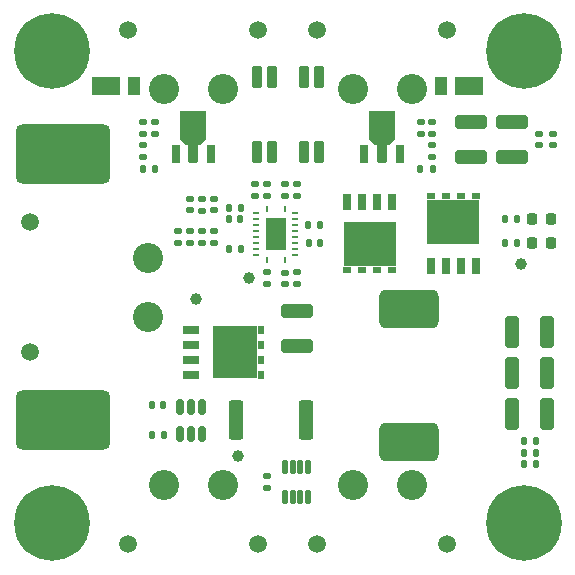
<source format=gbr>
%TF.GenerationSoftware,KiCad,Pcbnew,9.0.1*%
%TF.CreationDate,2025-07-05T19:11:37+01:00*%
%TF.ProjectId,PDB_AURA,5044425f-4155-4524-912e-6b696361645f,rev?*%
%TF.SameCoordinates,Original*%
%TF.FileFunction,Soldermask,Top*%
%TF.FilePolarity,Negative*%
%FSLAX46Y46*%
G04 Gerber Fmt 4.6, Leading zero omitted, Abs format (unit mm)*
G04 Created by KiCad (PCBNEW 9.0.1) date 2025-07-05 19:11:37*
%MOMM*%
%LPD*%
G01*
G04 APERTURE LIST*
G04 Aperture macros list*
%AMRoundRect*
0 Rectangle with rounded corners*
0 $1 Rounding radius*
0 $2 $3 $4 $5 $6 $7 $8 $9 X,Y pos of 4 corners*
0 Add a 4 corners polygon primitive as box body*
4,1,4,$2,$3,$4,$5,$6,$7,$8,$9,$2,$3,0*
0 Add four circle primitives for the rounded corners*
1,1,$1+$1,$2,$3*
1,1,$1+$1,$4,$5*
1,1,$1+$1,$6,$7*
1,1,$1+$1,$8,$9*
0 Add four rect primitives between the rounded corners*
20,1,$1+$1,$2,$3,$4,$5,0*
20,1,$1+$1,$4,$5,$6,$7,0*
20,1,$1+$1,$6,$7,$8,$9,0*
20,1,$1+$1,$8,$9,$2,$3,0*%
%AMFreePoly0*
4,1,21,1.059954,1.445020,1.097008,1.394020,1.102000,1.362500,1.102000,-0.962500,1.082520,-1.022454,1.072125,-1.034625,0.672125,-1.434625,0.615956,-1.463244,0.600000,-1.464500,-0.600000,-1.464500,-0.659954,-1.445020,-0.672125,-1.434625,-1.072125,-1.034625,-1.100744,-0.978456,-1.102000,-0.962500,-1.102000,1.362500,-1.082520,1.422454,-1.031520,1.459508,-1.000000,1.464500,1.000000,1.464500,
1.059954,1.445020,1.059954,1.445020,$1*%
G04 Aperture macros list end*
%ADD10C,1.000000*%
%ADD11C,2.550000*%
%ADD12C,1.500000*%
%ADD13RoundRect,0.135000X-0.185000X0.135000X-0.185000X-0.135000X0.185000X-0.135000X0.185000X0.135000X0*%
%ADD14RoundRect,0.099250X-0.297750X0.812750X-0.297750X-0.812750X0.297750X-0.812750X0.297750X0.812750X0*%
%ADD15RoundRect,0.135000X0.185000X-0.135000X0.185000X0.135000X-0.185000X0.135000X-0.185000X-0.135000X0*%
%ADD16RoundRect,0.500000X3.500000X2.000000X-3.500000X2.000000X-3.500000X-2.000000X3.500000X-2.000000X0*%
%ADD17RoundRect,0.135000X0.135000X0.185000X-0.135000X0.185000X-0.135000X-0.185000X0.135000X-0.185000X0*%
%ADD18RoundRect,0.250000X1.100000X-0.325000X1.100000X0.325000X-1.100000X0.325000X-1.100000X-0.325000X0*%
%ADD19RoundRect,0.250000X-0.325000X-1.100000X0.325000X-1.100000X0.325000X1.100000X-0.325000X1.100000X0*%
%ADD20R,0.710000X1.372000*%
%ADD21R,4.520000X3.850000*%
%ADD22R,0.710000X0.590000*%
%ADD23RoundRect,0.140000X0.140000X0.170000X-0.140000X0.170000X-0.140000X-0.170000X0.140000X-0.170000X0*%
%ADD24RoundRect,0.140000X-0.170000X0.140000X-0.170000X-0.140000X0.170000X-0.140000X0.170000X0.140000X0*%
%ADD25RoundRect,0.218750X-0.218750X-0.256250X0.218750X-0.256250X0.218750X0.256250X-0.218750X0.256250X0*%
%ADD26RoundRect,0.140000X0.170000X-0.140000X0.170000X0.140000X-0.170000X0.140000X-0.170000X-0.140000X0*%
%ADD27C,0.800000*%
%ADD28C,6.400000*%
%ADD29RoundRect,0.135000X-0.135000X-0.185000X0.135000X-0.185000X0.135000X0.185000X-0.135000X0.185000X0*%
%ADD30RoundRect,0.102000X-0.240000X-0.700000X0.240000X-0.700000X0.240000X0.700000X-0.240000X0.700000X0*%
%ADD31FreePoly0,0.000000*%
%ADD32RoundRect,0.102000X-0.280000X-0.762500X0.280000X-0.762500X0.280000X0.762500X-0.280000X0.762500X0*%
%ADD33R,0.250000X0.600000*%
%ADD34R,0.600000X0.250000*%
%ADD35R,1.700000X2.700000*%
%ADD36RoundRect,0.140000X-0.140000X-0.170000X0.140000X-0.170000X0.140000X0.170000X-0.140000X0.170000X0*%
%ADD37RoundRect,0.060000X-0.180000X0.545000X-0.180000X-0.545000X0.180000X-0.545000X0.180000X0.545000X0*%
%ADD38R,1.372000X0.710000*%
%ADD39R,3.850000X4.520000*%
%ADD40R,0.590000X0.710000*%
%ADD41R,2.400000X1.500000*%
%ADD42R,1.050000X1.500000*%
%ADD43RoundRect,0.250000X-0.362500X-1.425000X0.362500X-1.425000X0.362500X1.425000X-0.362500X1.425000X0*%
%ADD44RoundRect,0.487500X-2.012500X1.137500X-2.012500X-1.137500X2.012500X-1.137500X2.012500X1.137500X0*%
%ADD45RoundRect,0.150000X0.150000X-0.512500X0.150000X0.512500X-0.150000X0.512500X-0.150000X-0.512500X0*%
%ADD46RoundRect,0.099250X0.297750X-0.812750X0.297750X0.812750X-0.297750X0.812750X-0.297750X-0.812750X0*%
G04 APERTURE END LIST*
D10*
%TO.C,TP101*%
X70750000Y-89250000D03*
%TD*%
%TO.C,TP100*%
X67250000Y-76000000D03*
%TD*%
D11*
%TO.C,J304*%
X85500000Y-91750000D03*
X80500000Y-91750000D03*
D12*
X88500000Y-96750000D03*
X77500000Y-96750000D03*
%TD*%
D11*
%TO.C,J303*%
X69500000Y-91750000D03*
X64500000Y-91750000D03*
D12*
X72500000Y-96750000D03*
X61500000Y-96750000D03*
%TD*%
D11*
%TO.C,J301*%
X80500000Y-58250000D03*
X85500000Y-58250000D03*
D12*
X77500000Y-53250000D03*
X88500000Y-53250000D03*
%TD*%
D11*
%TO.C,J300*%
X64500000Y-58250000D03*
X69500000Y-58250000D03*
D12*
X61500000Y-53250000D03*
X72500000Y-53250000D03*
%TD*%
D13*
%TO.C,R202*%
X72250000Y-66240000D03*
X72250000Y-67260000D03*
%TD*%
D14*
%TO.C,U301*%
X77635000Y-57172500D03*
X76365000Y-57172500D03*
X76365000Y-63562500D03*
X77635000Y-63562500D03*
%TD*%
D15*
%TO.C,R210*%
X75750000Y-74760000D03*
X75750000Y-73740000D03*
%TD*%
%TO.C,R201*%
X73250000Y-67260000D03*
X73250000Y-66240000D03*
%TD*%
D13*
%TO.C,R206*%
X68750000Y-70240000D03*
X68750000Y-71260000D03*
%TD*%
D15*
%TO.C,R200*%
X74750000Y-67260000D03*
X74750000Y-66240000D03*
%TD*%
D16*
%TO.C,J102*%
X56000000Y-63750000D03*
%TD*%
D17*
%TO.C,R203*%
X71010000Y-71750000D03*
X69990000Y-71750000D03*
%TD*%
D10*
%TO.C,TP202*%
X71750000Y-74250000D03*
%TD*%
D18*
%TO.C,C200*%
X90500000Y-63975000D03*
X90500000Y-61025000D03*
%TD*%
D19*
%TO.C,C205*%
X94025000Y-85750000D03*
X96975000Y-85750000D03*
%TD*%
D20*
%TO.C,Q200*%
X90905000Y-73211000D03*
D21*
X89000000Y-69500000D03*
D22*
X87095000Y-67280000D03*
X88365000Y-67280000D03*
X89635000Y-67280000D03*
X90905000Y-67280000D03*
D20*
X87095000Y-73211000D03*
X88365000Y-73211000D03*
X89635000Y-73211000D03*
%TD*%
D13*
%TO.C,R209*%
X73250000Y-73740000D03*
X73250000Y-74760000D03*
%TD*%
D23*
%TO.C,C104*%
X64480000Y-85000000D03*
X63520000Y-85000000D03*
%TD*%
D24*
%TO.C,C210*%
X74750000Y-73770000D03*
X74750000Y-74730000D03*
%TD*%
D25*
%TO.C,D200*%
X95712500Y-71250000D03*
X97287500Y-71250000D03*
%TD*%
D26*
%TO.C,C218*%
X97500000Y-62980000D03*
X97500000Y-62020000D03*
%TD*%
D27*
%TO.C,H102*%
X92600000Y-55000000D03*
X93302944Y-53302944D03*
X93302944Y-56697056D03*
X95000000Y-52600000D03*
D28*
X95000000Y-55000000D03*
D27*
X95000000Y-57400000D03*
X96697056Y-53302944D03*
X96697056Y-56697056D03*
X97400000Y-55000000D03*
%TD*%
D24*
%TO.C,C212*%
X66750000Y-67520000D03*
X66750000Y-68480000D03*
%TD*%
D23*
%TO.C,C211*%
X70980000Y-69250000D03*
X70020000Y-69250000D03*
%TD*%
D11*
%TO.C,J100*%
X63162000Y-77500000D03*
X63162000Y-72500000D03*
D12*
X53162000Y-69500000D03*
X53162000Y-80500000D03*
%TD*%
D29*
%TO.C,R211*%
X93410000Y-71250000D03*
X94430000Y-71250000D03*
%TD*%
D30*
%TO.C,Q300*%
X65500000Y-63688000D03*
D31*
X67000000Y-61500000D03*
D32*
X67000000Y-63625000D03*
D30*
X68500000Y-63688000D03*
%TD*%
D13*
%TO.C,R207*%
X66750000Y-70240000D03*
X66750000Y-71260000D03*
%TD*%
D27*
%TO.C,H101*%
X52600000Y-55000000D03*
X53302944Y-53302944D03*
X53302944Y-56697056D03*
X55000000Y-52600000D03*
D28*
X55000000Y-55000000D03*
D27*
X55000000Y-57400000D03*
X56697056Y-53302944D03*
X56697056Y-56697056D03*
X57400000Y-55000000D03*
%TD*%
D29*
%TO.C,R208*%
X69990000Y-68250000D03*
X71010000Y-68250000D03*
%TD*%
%TO.C,C207*%
X76740000Y-69750000D03*
X77760000Y-69750000D03*
%TD*%
D33*
%TO.C,U200*%
X73250000Y-68350000D03*
D34*
X72350000Y-68750000D03*
X72350000Y-69250000D03*
X72350000Y-69750000D03*
X72350000Y-70250000D03*
X72350000Y-70750000D03*
X72350000Y-71250000D03*
X72350000Y-71750000D03*
X72350000Y-72250000D03*
D33*
X73250000Y-72650000D03*
X74750000Y-72650000D03*
D34*
X75650000Y-72250000D03*
X75650000Y-71750000D03*
X75650000Y-71250000D03*
X75650000Y-70750000D03*
X75650000Y-70250000D03*
X75650000Y-69750000D03*
X75650000Y-69250000D03*
X75650000Y-68750000D03*
D33*
X74750000Y-68350000D03*
D35*
X74000000Y-70500000D03*
%TD*%
D36*
%TO.C,C202*%
X95020000Y-88000000D03*
X95980000Y-88000000D03*
%TD*%
%TO.C,C209*%
X76770000Y-71250000D03*
X77730000Y-71250000D03*
%TD*%
D20*
%TO.C,Q201*%
X80019000Y-67754000D03*
D22*
X80019000Y-73568000D03*
X81289000Y-73568000D03*
X82559000Y-73568000D03*
X83829000Y-73568000D03*
D21*
X81924000Y-71348000D03*
D20*
X81289000Y-67754000D03*
X82559000Y-67754000D03*
X83829000Y-67754000D03*
%TD*%
D15*
%TO.C,R205*%
X67750000Y-71260000D03*
X67750000Y-70240000D03*
%TD*%
D27*
%TO.C,H100*%
X92600000Y-95000000D03*
X93302944Y-93302944D03*
X93302944Y-96697056D03*
X95000000Y-92600000D03*
D28*
X95000000Y-95000000D03*
D27*
X95000000Y-97400000D03*
X96697056Y-93302944D03*
X96697056Y-96697056D03*
X97400000Y-95000000D03*
%TD*%
D36*
%TO.C,C203*%
X95020000Y-89000000D03*
X95980000Y-89000000D03*
%TD*%
%TO.C,C101*%
X63540000Y-87500000D03*
X64500000Y-87500000D03*
%TD*%
D27*
%TO.C,H103*%
X52600000Y-95000000D03*
X53302944Y-93302944D03*
X53302944Y-96697056D03*
X55000000Y-92600000D03*
D28*
X55000000Y-95000000D03*
D27*
X55000000Y-97400000D03*
X56697056Y-93302944D03*
X56697056Y-96697056D03*
X57400000Y-95000000D03*
%TD*%
D29*
%TO.C,R101*%
X93410000Y-69250000D03*
X94430000Y-69250000D03*
%TD*%
D37*
%TO.C,U302*%
X76725000Y-90245000D03*
X76075000Y-90245000D03*
X75425000Y-90245000D03*
X74775000Y-90245000D03*
X74775000Y-92755000D03*
X75425000Y-92755000D03*
X76075000Y-92755000D03*
X76725000Y-92755000D03*
%TD*%
D13*
%TO.C,R204*%
X67750000Y-67490000D03*
X67750000Y-68510000D03*
%TD*%
D19*
%TO.C,C204*%
X94025000Y-82250000D03*
X96975000Y-82250000D03*
%TD*%
D38*
%TO.C,Q100*%
X66789000Y-82405000D03*
D39*
X70500000Y-80500000D03*
D40*
X72720000Y-78595000D03*
X72720000Y-79865000D03*
X72720000Y-81135000D03*
X72720000Y-82405000D03*
D38*
X66789000Y-78595000D03*
X66789000Y-79865000D03*
X66789000Y-81135000D03*
%TD*%
D24*
%TO.C,C214*%
X68750000Y-67520000D03*
X68750000Y-68480000D03*
%TD*%
D41*
%TO.C,D300*%
X59650000Y-58000000D03*
D42*
X62025000Y-58000000D03*
%TD*%
D36*
%TO.C,C215*%
X95020000Y-90000000D03*
X95980000Y-90000000D03*
%TD*%
D26*
%TO.C,C213*%
X65750000Y-71230000D03*
X65750000Y-70270000D03*
%TD*%
D25*
%TO.C,D100*%
X95712500Y-69250000D03*
X97287500Y-69250000D03*
%TD*%
D10*
%TO.C,TP200*%
X94750000Y-73000000D03*
%TD*%
D26*
%TO.C,C217*%
X96250000Y-62980000D03*
X96250000Y-62020000D03*
%TD*%
D29*
%TO.C,R307*%
X86240000Y-65000000D03*
X87260000Y-65000000D03*
%TD*%
D30*
%TO.C,Q301*%
X81500000Y-63688000D03*
D31*
X83000000Y-61500000D03*
D32*
X83000000Y-63625000D03*
D30*
X84500000Y-63688000D03*
%TD*%
D43*
%TO.C,R100*%
X70596500Y-86250000D03*
X76521500Y-86250000D03*
%TD*%
D24*
%TO.C,C300*%
X73280000Y-91020000D03*
X73280000Y-91980000D03*
%TD*%
D13*
%TO.C,R300*%
X62750000Y-62990000D03*
X62750000Y-64010000D03*
%TD*%
%TO.C,R306*%
X87250000Y-62990000D03*
X87250000Y-64010000D03*
%TD*%
D15*
%TO.C,R305*%
X86250000Y-62010000D03*
X86250000Y-60990000D03*
%TD*%
D44*
%TO.C,L200*%
X85250000Y-76875000D03*
X85250000Y-88125000D03*
%TD*%
D16*
%TO.C,J101*%
X56000000Y-86250000D03*
%TD*%
D17*
%TO.C,R301*%
X63760000Y-65000000D03*
X62740000Y-65000000D03*
%TD*%
D19*
%TO.C,C216*%
X94025000Y-78750000D03*
X96975000Y-78750000D03*
%TD*%
D15*
%TO.C,R302*%
X62760000Y-62010000D03*
X62760000Y-60990000D03*
%TD*%
D26*
%TO.C,C208*%
X75750000Y-67230000D03*
X75750000Y-66270000D03*
%TD*%
D15*
%TO.C,R303*%
X63750000Y-62010000D03*
X63750000Y-60990000D03*
%TD*%
D18*
%TO.C,C102*%
X75809000Y-79975000D03*
X75809000Y-77025000D03*
%TD*%
D41*
%TO.C,D301*%
X90350000Y-58000000D03*
D42*
X87975000Y-58000000D03*
%TD*%
D45*
%TO.C,U100*%
X65859000Y-87387500D03*
X66809000Y-87387500D03*
X67759000Y-87387500D03*
X67759000Y-85112500D03*
X66809000Y-85112500D03*
X65859000Y-85112500D03*
%TD*%
D15*
%TO.C,R304*%
X87250000Y-62010000D03*
X87250000Y-60990000D03*
%TD*%
D18*
%TO.C,C201*%
X94000000Y-63975000D03*
X94000000Y-61025000D03*
%TD*%
D46*
%TO.C,U300*%
X72365000Y-63562500D03*
X73635000Y-63562500D03*
X73635000Y-57172500D03*
X72365000Y-57172500D03*
%TD*%
M02*

</source>
